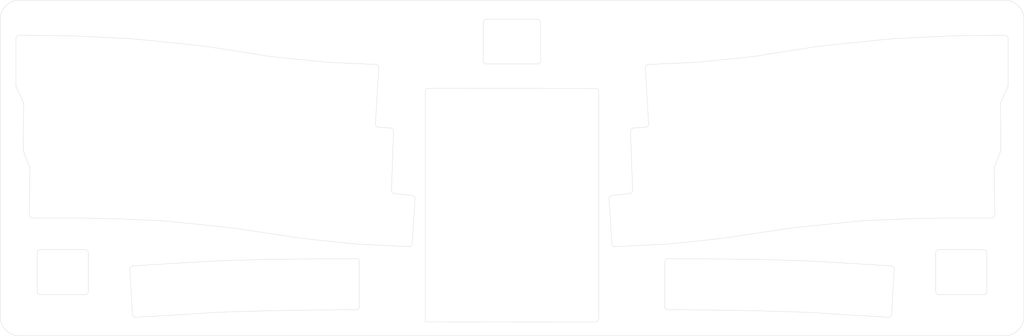
<source format=kicad_pcb>
(kicad_pcb (version 20241229) (generator "pcbnew") (generator_version "9.0")
  (layers (0 "F.Cu" signal) (2 "B.Cu" signal) (13 "F.Paste" user) (15 "B.Paste" user) (5 "F.SilkS" user "F.Silkscreen") (7 "B.SilkS" user "B.Silkscreen") (1 "F.Mask" user) (3 "B.Mask" user) (25 "Edge.Cuts" user))
  (net 0 "")
  (footprint "kbd_Hole:m2_Screw_Hole_EdgeCuts" (layer "F.Cu") (at 30.15 80.6)
    (property "Reference" "J3" (hide yes))
    (property "Value" "Conn_01x01" (hide yes))
    (fp_circle (center 0 0) (end 1.1 0) (stroke (width 0.01)) (fill no) (layer "Edge.Cuts"))
  )
  (footprint "kbd_Hole:m2_Screw_Hole_EdgeCuts" (layer "F.Cu") (at 30.15 125.7)
    (property "Reference" "J4" (hide yes))
    (property "Value" "Conn_01x01" (hide yes))
    (fp_circle (center 0 0) (end 1.1 0) (stroke (width 0.01)) (fill no) (layer "Edge.Cuts"))
  )
  (footprint "kbd_Hole:m2_Screw_Hole_EdgeCuts" (layer "F.Cu") (at 340.9 35.5)
    (property "Reference" "J5" (hide yes))
    (property "Value" "Conn_01x01" (hide yes))
    (fp_circle (center 0 0) (end 1.1 0) (stroke (width 0.01)) (fill no) (layer "Edge.Cuts"))
  )
  (footprint "kbd_Hole:m2_Screw_Hole_EdgeCuts" (layer "F.Cu") (at 340.9 125.7)
    (property "Reference" "J7" (hide yes))
    (property "Value" "Conn_01x01" (hide yes))
    (fp_circle (center 0 0) (end 1.1 0) (stroke (width 0.01)) (fill no) (layer "Edge.Cuts"))
  )
  (footprint "kbd_Hole:m2_Screw_Hole_EdgeCuts" (layer "F.Cu") (at 30.15 35.5)
    (property "Reference" "Ref**" (hide yes))
    (property "Value" "Val**" (hide yes))
    (fp_circle (center 0 0) (end 1.1 0) (stroke (width 0.01)) (fill no) (layer "Edge.Cuts"))
  )
  (gr_arc (start 318.381389 107.2) (mid 318.674284 106.492895) (end 319.381389 106.2) (stroke (width 0.1)) (layer "Edge.Cuts"))
  (gr_line (start 340.957959 55.199421) (end 338.743503 59.99741) (stroke (width 0.1)) (layer "Edge.Cuts"))
  (gr_line (start 252.05 102.6) (end 237.15 104.2) (stroke (width 0.1)) (layer "Edge.Cuts"))
  (gr_line (start 228.354686 66.798366) (end 227.30927 49.211309) (stroke (width 0.1)) (layer "Edge.Cuts"))
  (gr_arc (start 194.45714 46.993984) (mid 194.164255 47.701115) (end 193.45714 47.993984) (stroke (width 0.1)) (layer "Edge.Cuts"))
  (gr_line (start 45.4 39.131883) (end 31.008564 39.008637) (stroke (width 0.1)) (layer "Edge.Cuts"))
  (gr_arc (start 37.668611 120.3) (mid 36.961504 120.007107) (end 36.668611 119.3) (stroke (width 0.1)) (layer "Edge.Cuts"))
  (gr_line (start 336.652486 80.795146) (end 336.837099 95.287262) (stroke (width 0.1)) (layer "Edge.Cuts"))
  (gr_arc (start 249.629368 125.15895) (mid 249.635103 125.159001) (end 249.640837 125.159085) (stroke (width 0.1)) (layer "Edge.Cuts"))
  (gr_line (start 334.381389 107.2) (end 334.381389 119.3) (stroke (width 0.1)) (layer "Edge.Cuts"))
  (gr_line (start 67.601326 127.411235) (end 82.721856 126.527368) (stroke (width 0.1)) (layer "Edge.Cuts"))
  (gr_line (start 65.688799 112.360259) (end 66.544805 126.473481) (stroke (width 0.1)) (layer "Edge.Cuts"))
  (gr_line (start 261.95 45.6) (end 265.85 44.9) (stroke (width 0.1)) (layer "Edge.Cuts"))
  (gr_arc (start 304.423438 111.301543) (mid 305.111621 111.636652) (end 305.361201 112.360259) (stroke (width 0.1)) (layer "Edge.Cuts"))
  (gr_line (start 177.509992 33.993984) (end 193.45714 33.993984) (stroke (width 0.1)) (layer "Edge.Cuts"))
  (gr_arc (start 81.668191 110.391326) (mid 81.669922 110.391223) (end 81.671653 110.391122) (stroke (width 0.1)) (layer "Edge.Cuts"))
  (gr_line (start 85.3 42) (end 70.4 40.486829) (stroke (width 0.1)) (layer "Edge.Cuts"))
  (gr_line (start 223.323234 87.589196) (end 222.683405 69.102367) (stroke (width 0.1)) (layer "Edge.Cuts"))
  (gr_arc (start 136.607187 109.006767) (mid 137.319426 109.295871) (end 137.616081 110.005002) (stroke (width 0.1)) (layer "Edge.Cuts"))
  (gr_line (start 278.184512 125.849939) (end 262.141323 125.377891) (stroke (width 0.1)) (layer "Edge.Cuts"))
  (gr_line (start 65.3 40.038663) (end 50.3 39.3) (stroke (width 0.1)) (layer "Edge.Cuts"))
  (gr_arc (start 233.433919 110.005002) (mid 233.73057 109.29587) (end 234.442813 109.006767) (stroke (width 0.1)) (layer "Edge.Cuts"))
  (gr_line (start 333.381389 120.3) (end 319.381389 120.3) (stroke (width 0.1)) (layer "Edge.Cuts"))
  (gr_line (start 142.786627 48.155162) (end 128 47.5) (stroke (width 0.1)) (layer "Edge.Cuts"))
  (gr_arc (start 338.651485 60.423121) (mid 338.674025 60.205192) (end 338.743503 59.99741) (stroke (width 0.1)) (layer "Edge.Cuts"))
  (gr_line (start 216.787543 104.319422) (end 215.942762 90.275675) (stroke (width 0.1)) (layer "Edge.Cuts"))
  (gr_arc (start 278.184512 125.849939) (mid 278.203168 125.850662) (end 278.221808 125.851734) (stroke (width 0.1)) (layer "Edge.Cuts"))
  (gr_arc (start 262.598638 109.257264) (mid 262.610479 109.257439) (end 262.622317 109.257755) (stroke (width 0.1)) (layer "Edge.Cuts"))
  (gr_line (start 142.695314 66.798366) (end 143.74073 49.211309) (stroke (width 0.1)) (layer "Edge.Cuts"))
  (gr_arc (start 34.328928 80.418239) (mid 34.381437 80.603378) (end 34.397514 80.795146) (stroke (width 0.1)) (layer "Edge.Cuts"))
  (gr_line (start 305.361201 112.360259) (end 304.505195 126.473481) (stroke (width 0.1)) (layer "Edge.Cuts"))
  (gr_line (start 338.651485 60.423121) (end 338.748722 75.037426) (stroke (width 0.1)) (layer "Edge.Cuts"))
  (gr_line (start 278.698382 109.782006) (end 289.378347 110.391122) (stroke (width 0.1)) (layer "Edge.Cuts"))
  (gr_arc (start 30 40.008601) (mid 30.295928 39.298473) (end 31.008564 39.008637) (stroke (width 0.1)) (layer "Edge.Cuts"))
  (gr_line (start 194.45714 34.993984) (end 194.45714 46.993984) (stroke (width 0.1)) (layer "Edge.Cuts"))
  (gr_arc (start 217.831524 105.254798) (mid 217.118216 105.000647) (end 216.787543 104.319422) (stroke (width 0.1)) (layer "Edge.Cuts"))
  (gr_line (start 108.920593 125.377612) (end 121.409163 125.159085) (stroke (width 0.1)) (layer "Edge.Cuts"))
  (gr_line (start 340 28) (end 31.05 28) (stroke (width 0.1)) (layer "Edge.Cuts"))
  (gr_line (start 211.6732 55.682235) (end 159.38218 55.667538) (stroke (width 0.1)) (layer "Edge.Cuts"))
  (gr_arc (start 346 127.2) (mid 344.242641 131.442641) (end 340 133.2) (stroke (width 0.1)) (layer "Edge.Cuts"))
  (gr_arc (start 211.673209 55.682235) (mid 212.380298 55.975134) (end 212.673209 56.682235) (stroke (width 0.1)) (layer "Edge.Cuts"))
  (gr_line (start 61.1 96.5) (end 76.2 97.2) (stroke (width 0.1)) (layer "Edge.Cuts"))
  (gr_arc (start 67.601326 127.411235) (mid 66.879151 127.160832) (end 66.544805 126.473481) (stroke (width 0.1)) (layer "Edge.Cuts"))
  (gr_arc (start 92.351618 109.782006) (mid 92.363798 109.781387) (end 92.375984 109.780915) (stroke (width 0.1)) (layer "Edge.Cuts"))
  (gr_line (start 212.673209 56.682235) (end 212.673209 127.897644) (stroke (width 0.1)) (layer "Edge.Cuts"))
  (gr_arc (start 234.403638 125.067199) (mid 233.699839 124.771568) (end 233.409666 124.065492) (stroke (width 0.1)) (layer "Edge.Cuts"))
  (gr_line (start 139 104.6) (end 153.218476 105.254798) (stroke (width 0.1)) (layer "Edge.Cuts"))
  (gr_arc (start 336.837099 95.287262) (mid 336.548775 96.002582) (end 335.83718 96.3) (stroke (width 0.1)) (layer "Edge.Cuts"))
  (gr_arc (start 154.216762 89.221449) (mid 154.872948 89.570362) (end 155.107238 90.275675) (stroke (width 0.1)) (layer "Edge.Cuts"))
  (gr_line (start 37.668611 120.3) (end 51.668611 120.3) (stroke (width 0.1)) (layer "Edge.Cuts"))
  (gr_arc (start 32.369923 75.408248) (mid 32.317968 75.226102) (end 32.301278 75.037426) (stroke (width 0.1)) (layer "Edge.Cuts"))
  (gr_line (start 147.423426 68.06936) (end 143.63732 67.856121) (stroke (width 0.1)) (layer "Edge.Cuts"))
  (gr_arc (start 35.21282 96.3) (mid 34.501211 96.002596) (end 34.212901 95.287262) (stroke (width 0.1)) (layer "Edge.Cuts"))
  (gr_line (start 280.85 42.6) (end 285.75 42) (stroke (width 0.1)) (layer "Edge.Cuts"))
  (gr_arc (start 147.423426 68.06936) (mid 148.105683 68.393513) (end 148.366595 69.102367) (stroke (width 0.1)) (layer "Edge.Cuts"))
  (gr_line (start 37.668611 106.2) (end 51.668611 106.2) (stroke (width 0.1)) (layer "Edge.Cuts"))
  (gr_line (start 109.1 45.6) (end 105.2 44.9) (stroke (width 0.1)) (layer "Edge.Cuts"))
  (gr_line (start 99.1 99.6) (end 113.9 101.8) (stroke (width 0.1)) (layer "Edge.Cuts"))
  (gr_line (start 318.381389 119.3) (end 318.381389 107.2) (stroke (width 0.1)) (layer "Edge.Cuts"))
  (gr_line (start 325.65 39.131883) (end 340.041436 39.008637) (stroke (width 0.1)) (layer "Edge.Cuts"))
  (gr_arc (start 142.786627 48.155162) (mid 143.48444 48.483819) (end 143.74073 49.211309) (stroke (width 0.1)) (layer "Edge.Cuts"))
  (gr_line (start 288.319792 126.526845) (end 278.221808 125.851734) (stroke (width 0.1)) (layer "Edge.Cuts"))
  (gr_line (start 294.85 97.2) (end 290.95 97.6) (stroke (width 0.1)) (layer "Edge.Cuts"))
  (gr_arc (start 334.381389 119.3) (mid 334.088496 120.007107) (end 333.381389 120.3) (stroke (width 0.1)) (layer "Edge.Cuts"))
  (gr_line (start 289.381809 110.391326) (end 304.423438 111.301543) (stroke (width 0.1)) (layer "Edge.Cuts"))
  (gr_line (start 113.9 101.8) (end 119 102.6) (stroke (width 0.1)) (layer "Edge.Cuts"))
  (gr_line (start 233.409666 124.065492) (end 233.433919 110.005002) (stroke (width 0.1)) (layer "Edge.Cuts"))
  (gr_line (start 158.378636 128.872412) (end 211.672736 128.897644) (stroke (width 0.1)) (layer "Edge.Cuts"))
  (gr_arc (start 215.942762 90.275675) (mid 216.176999 89.570317) (end 216.833238 89.221449) (stroke (width 0.1)) (layer "Edge.Cuts"))
  (gr_line (start 128 47.5) (end 124 47.1) (stroke (width 0.1)) (layer "Edge.Cuts"))
  (gr_line (start 237.15 104.2) (end 232.05 104.6) (stroke (width 0.1)) (layer "Edge.Cuts"))
  (gr_line (start 265.85 44.9) (end 280.85 42.6) (stroke (width 0.1)) (layer "Edge.Cuts"))
  (gr_line (start 232.05 104.6) (end 217.831524 105.254798) (stroke (width 0.1)) (layer "Edge.Cuts"))
  (gr_line (start 92.351618 109.782006) (end 81.671653 110.391122) (stroke (width 0.1)) (layer "Edge.Cuts"))
  (gr_line (start 300.65 40.486829) (end 305.75 40.038663) (stroke (width 0.1)) (layer "Edge.Cuts"))
  (gr_arc (start 338.748722 75.037426) (mid 338.732029 75.2261) (end 338.680077 75.408248) (stroke (width 0.1)) (layer "Edge.Cuts"))
  (gr_line (start 346 127.2) (end 346 34) (stroke (width 0.1)) (layer "Edge.Cuts"))
  (gr_line (start 136.607187 109.006767) (end 108.451362 109.257264) (stroke (width 0.1)) (layer "Edge.Cuts"))
  (gr_arc (start 304.505195 126.473481) (mid 304.170841 127.160824) (end 303.448674 127.411235) (stroke (width 0.1)) (layer "Edge.Cuts"))
  (gr_line (start 108.427683 109.257755) (end 92.375984 109.780915) (stroke (width 0.1)) (layer "Edge.Cuts"))
  (gr_arc (start 65.688799 112.360259) (mid 65.938383 111.636643) (end 66.626562 111.301543) (stroke (width 0.1)) (layer "Edge.Cuts"))
  (gr_arc (start 223.323234 87.589196) (mid 223.07938 88.279117) (end 222.430976 88.618263) (stroke (width 0.1)) (layer "Edge.Cuts"))
  (gr_line (start 31.05 133.2) (end 340 133.2) (stroke (width 0.1)) (layer "Edge.Cuts"))
  (gr_arc (start 32.306497 59.99741) (mid 32.375969 60.205195) (end 32.398515 60.423121) (stroke (width 0.1)) (layer "Edge.Cuts"))
  (gr_line (start 81.668191 110.391326) (end 66.626562 111.301543) (stroke (width 0.1)) (layer "Edge.Cuts"))
  (gr_arc (start 228.354686 66.798366) (mid 228.103229 67.52275) (end 227.41268 67.856121) (stroke (width 0.1)) (layer "Edge.Cuts"))
  (gr_arc (start 51.668611 106.2) (mid 52.375711 106.492897) (end 52.668611 107.2) (stroke (width 0.1)) (layer "Edge.Cuts"))
  (gr_line (start 99.1 99.6) (end 95.1 99.1) (stroke (width 0.1)) (layer "Edge.Cuts"))
  (gr_line (start 290.95 97.6) (end 275.95 99.1) (stroke (width 0.1)) (layer "Edge.Cuts"))
  (gr_line (start 76.2 97.2) (end 80.1 97.6) (stroke (width 0.1)) (layer "Edge.Cuts"))
  (gr_line (start 121.420632 125.15895) (end 136.646362 125.067199) (stroke (width 0.1)) (layer "Edge.Cuts"))
  (gr_arc (start 227.30927 49.211309) (mid 227.565562 48.483791) (end 228.263373 48.155162) (stroke (width 0.1)) (layer "Edge.Cuts"))
  (gr_arc (start 121.409163 125.159085) (mid 121.414897 125.159001) (end 121.420632 125.15895) (stroke (width 0.1)) (layer "Edge.Cuts"))
  (gr_line (start 30.092041 55.199421) (end 32.306497 59.99741) (stroke (width 0.1)) (layer "Edge.Cuts"))
  (gr_arc (start 137.640334 124.065492) (mid 137.350178 124.771578) (end 136.646362 125.067199) (stroke (width 0.1)) (layer "Edge.Cuts"))
  (gr_line (start 303.448674 127.411235) (end 288.328144 126.527368) (stroke (width 0.1)) (layer "Edge.Cuts"))
  (gr_line (start 154.262457 104.319422) (end 155.107238 90.275675) (stroke (width 0.1)) (layer "Edge.Cuts"))
  (gr_arc (start 148.619024 88.618263) (mid 147.970616 88.279117) (end 147.726766 87.589196) (stroke (width 0.1)) (layer "Edge.Cuts"))
  (gr_arc (start 108.427683 109.257755) (mid 108.439521 109.257439) (end 108.451362 109.257264) (stroke (width 0.1)) (layer "Edge.Cuts"))
  (gr_line (start 341.05 40.008601) (end 341.05 54.780363) (stroke (width 0.1)) (layer "Edge.Cuts"))
  (gr_line (start 92.865488 125.849939) (end 108.908677 125.377891) (stroke (width 0.1)) (layer "Edge.Cuts"))
  (gr_arc (start 30.092041 55.199421) (mid 30.023289 54.994886) (end 30 54.780363) (stroke (width 0.1)) (layer "Edge.Cuts"))
  (gr_arc (start 319.381389 120.3) (mid 318.674289 120.007104) (end 318.381389 119.3) (stroke (width 0.1)) (layer "Edge.Cuts"))
  (gr_arc (start 341.05 54.780363) (mid 341.026712 54.994885) (end 340.957959 55.199421) (stroke (width 0.1)) (layer "Edge.Cuts"))
  (gr_line (start 243.05 47.5) (end 247.05 47.1) (stroke (width 0.1)) (layer "Edge.Cuts"))
  (gr_arc (start 82.730208 126.526845) (mid 82.726033 126.527115) (end 82.721856 126.527368) (stroke (width 0.1)) (layer "Edge.Cuts"))
  (gr_arc (start 158.378636 56.667532) (mid 158.672774 55.959165) (end 159.38218 55.667538) (stroke (width 0.1)) (layer "Edge.Cuts"))
  (gr_arc (start 92.828192 125.851734) (mid 92.846832 125.850662) (end 92.865488 125.849939) (stroke (width 0.1)) (layer "Edge.Cuts"))
  (gr_line (start 176.509998 34.99052) (end 176.468435 46.99052) (stroke (width 0.1)) (layer "Edge.Cuts"))
  (gr_line (start 82.730208 126.526845) (end 92.828192 125.851734) (stroke (width 0.1)) (layer "Edge.Cuts"))
  (gr_line (start 257.15 101.8) (end 252.05 102.6) (stroke (width 0.1)) (layer "Edge.Cuts"))
  (gr_line (start 305.75 40.038663) (end 320.75 39.3) (stroke (width 0.1)) (layer "Edge.Cuts"))
  (gr_line (start 333.381389 106.2) (end 319.381389 106.2) (stroke (width 0.1)) (layer "Edge.Cuts"))
  (gr_line (start 249.629368 125.15895) (end 234.403638 125.067199) (stroke (width 0.1)) (layer "Edge.Cuts"))
  (gr_line (start 262.622317 109.257755) (end 278.674016 109.780915) (stroke (width 0.1)) (layer "Edge.Cuts"))
  (gr_arc (start 262.129407 125.377612) (mid 262.135365 125.377733) (end 262.141323 125.377891) (stroke (width 0.1)) (layer "Edge.Cuts"))
  (gr_line (start 247.05 47.1) (end 261.95 45.6) (stroke (width 0.1)) (layer "Edge.Cuts"))
  (gr_arc (start 222.683405 69.102367) (mid 222.944326 68.393529) (end 223.626574 68.06936) (stroke (width 0.1)) (layer "Edge.Cuts"))
  (gr_line (start 70.4 40.486829) (end 65.3 40.038663) (stroke (width 0.1)) (layer "Edge.Cuts"))
  (gr_line (start 335.83718 96.3) (end 320.85 96.3) (stroke (width 0.1)) (layer "Edge.Cuts"))
  (gr_line (start 124 47.1) (end 109.1 45.6) (stroke (width 0.1)) (layer "Edge.Cuts"))
  (gr_line (start 34.397514 80.795146) (end 34.212901 95.287262) (stroke (width 0.1)) (layer "Edge.Cuts"))
  (gr_line (start 50.3 39.3) (end 45.4 39.131883) (stroke (width 0.1)) (layer "Edge.Cuts"))
  (gr_arc (start 177.468429 47.993984) (mid 176.760099 47.699865) (end 176.468435 46.99052) (stroke (width 0.1)) (layer "Edge.Cuts"))
  (gr_line (start 271.95 99.6) (end 275.95 99.1) (stroke (width 0.1)) (layer "Edge.Cuts"))
  (gr_arc (start 336.652486 80.795146) (mid 336.668558 80.603376) (end 336.721072 80.418239) (stroke (width 0.1)) (layer "Edge.Cuts"))
  (gr_arc (start 31.05 133.2) (mid 26.807359 131.442641) (end 25.05 127.2) (stroke (width 0.1)) (layer "Edge.Cuts"))
  (gr_line (start 223.626574 68.06936) (end 227.41268 67.856121) (stroke (width 0.1)) (layer "Edge.Cuts"))
  (gr_line (start 262.129407 125.377612) (end 249.640837 125.159085) (stroke (width 0.1)) (layer "Edge.Cuts"))
  (gr_arc (start 333.381389 106.2) (mid 334.088496 106.492893) (end 334.381389 107.2) (stroke (width 0.1)) (layer "Edge.Cuts"))
  (gr_arc (start 193.45714 33.993984) (mid 194.164247 34.286877) (end 194.45714 34.993984) (stroke (width 0.1)) (layer "Edge.Cuts"))
  (gr_line (start 30 40.008601) (end 30 54.780363) (stroke (width 0.1)) (layer "Edge.Cuts"))
  (gr_arc (start 176.509998 34.99052) (mid 176.804116 34.285661) (end 177.509992 33.993984) (stroke (width 0.1)) (layer "Edge.Cuts"))
  (gr_arc (start 340.041436 39.008637) (mid 340.754073 39.298472) (end 341.05 40.008601) (stroke (width 0.1)) (layer "Edge.Cuts"))
  (gr_arc (start 288.328144 126.527368) (mid 288.323967 126.527115) (end 288.319792 126.526845) (stroke (width 0.1)) (layer "Edge.Cuts"))
  (gr_line (start 80.1 97.6) (end 95.1 99.1) (stroke (width 0.1)) (layer "Edge.Cuts"))
  (gr_arc (start 340 28) (mid 344.242641 29.757359) (end 346 34) (stroke (width 0.1)) (layer "Edge.Cuts"))
  (gr_line (start 285.75 42) (end 300.65 40.486829) (stroke (width 0.1)) (layer "Edge.Cuts"))
  (gr_arc (start 154.262457 104.319422) (mid 153.931784 105.000641) (end 153.218476 105.254798) (stroke (width 0.1)) (layer "Edge.Cuts"))
  (gr_line (start 158.378636 56.667532) (end 158.378636 128.872397) (stroke (width 0.1)) (layer "Edge.Cuts"))
  (gr_line (start 320.75 39.3) (end 325.65 39.131883) (stroke (width 0.1)) (layer "Edge.Cuts"))
  (gr_arc (start 52.668611 119.3) (mid 52.375718 120.007111) (end 51.668611 120.3) (stroke (width 0.1)) (layer "Edge.Cuts"))
  (gr_line (start 61.1 96.5) (end 50.2 96.3) (stroke (width 0.1)) (layer "Edge.Cuts"))
  (gr_line (start 338.680077 75.408248) (end 336.721072 80.418239) (stroke (width 0.1)) (layer "Edge.Cuts"))
  (gr_arc (start 289.378347 110.391122) (mid 289.380078 110.391223) (end 289.381809 110.391326) (stroke (width 0.1)) (layer "Edge.Cuts"))
  (gr_arc (start 278.674016 109.780915) (mid 278.686202 109.781387) (end 278.698382 109.782006) (stroke (width 0.1)) (layer "Edge.Cuts"))
  (gr_line (start 32.369923 75.408248) (end 34.328928 80.418239) (stroke (width 0.1)) (layer "Edge.Cuts"))
  (gr_line (start 52.668611 119.3) (end 52.668611 107.2) (stroke (width 0.1)) (layer "Edge.Cuts"))
  (gr_arc (start 143.63732 67.856121) (mid 142.946732 67.522785) (end 142.695314 66.798366) (stroke (width 0.1)) (layer "Edge.Cuts"))
  (gr_line (start 309.95 96.5) (end 320.85 96.3) (stroke (width 0.1)) (layer "Edge.Cuts"))
  (gr_line (start 228.263373 48.155162) (end 243.05 47.5) (stroke (width 0.1)) (layer "Edge.Cuts"))
  (gr_line (start 133.9 104.2) (end 139 104.6) (stroke (width 0.1)) (layer "Edge.Cuts"))
  (gr_line (start 32.398515 60.423121) (end 32.301278 75.037426) (stroke (width 0.1)) (layer "Edge.Cuts"))
  (gr_line (start 234.442813 109.006767) (end 262.598638 109.257264) (stroke (width 0.1)) (layer "Edge.Cuts"))
  (gr_line (start 154.216762 89.221449) (end 148.619024 88.618263) (stroke (width 0.1)) (layer "Edge.Cuts"))
  (gr_line (start 216.833238 89.221449) (end 222.430976 88.618263) (stroke (width 0.1)) (layer "Edge.Cuts"))
  (gr_line (start 35.21282 96.3) (end 50.2 96.3) (stroke (width 0.1)) (layer "Edge.Cuts"))
  (gr_arc (start 25.05 34) (mid 26.807359 29.757359) (end 31.05 28) (stroke (width 0.1)) (layer "Edge.Cuts"))
  (gr_arc (start 36.668611 107.2) (mid 36.961504 106.492893) (end 37.668611 106.2) (stroke (width 0.1)) (layer "Edge.Cuts"))
  (gr_line (start 105.2 44.9) (end 90.2 42.6) (stroke (width 0.1)) (layer "Edge.Cuts"))
  (gr_arc (start 212.673209 127.897644) (mid 212.380149 128.604918) (end 211.672736 128.897644) (stroke (width 0.1)) (layer "Edge.Cuts"))
  (gr_line (start 36.668611 107.2) (end 36.668611 119.3) (stroke (width 0.1)) (layer "Edge.Cuts"))
  (gr_line (start 90.2 42.6) (end 85.3 42) (stroke (width 0.1)) (layer "Edge.Cuts"))
  (gr_line (start 271.95 99.6) (end 257.15 101.8) (stroke (width 0.1)) (layer "Edge.Cuts"))
  (gr_arc (start 108.908677 125.377891) (mid 108.914635 125.377733) (end 108.920593 125.377612) (stroke (width 0.1)) (layer "Edge.Cuts"))
  (gr_line (start 137.640334 124.065492) (end 137.616081 110.005002) (stroke (width 0.1)) (layer "Edge.Cuts"))
  (gr_line (start 309.95 96.5) (end 294.85 97.2) (stroke (width 0.1)) (layer "Edge.Cuts"))
  (gr_line (start 147.726766 87.589196) (end 148.366595 69.102367) (stroke (width 0.1)) (layer "Edge.Cuts"))
  (gr_line (start 119 102.6) (end 133.9 104.2) (stroke (width 0.1)) (layer "Edge.Cuts"))
  (gr_line (start 25.05 34) (end 25.05 127.2) (stroke (width 0.1)) (layer "Edge.Cuts"))
  (gr_line (start 177.468429 47.993984) (end 193.45714 47.993984) (stroke (width 0.1)) (layer "Edge.Cuts"))
)
</source>
